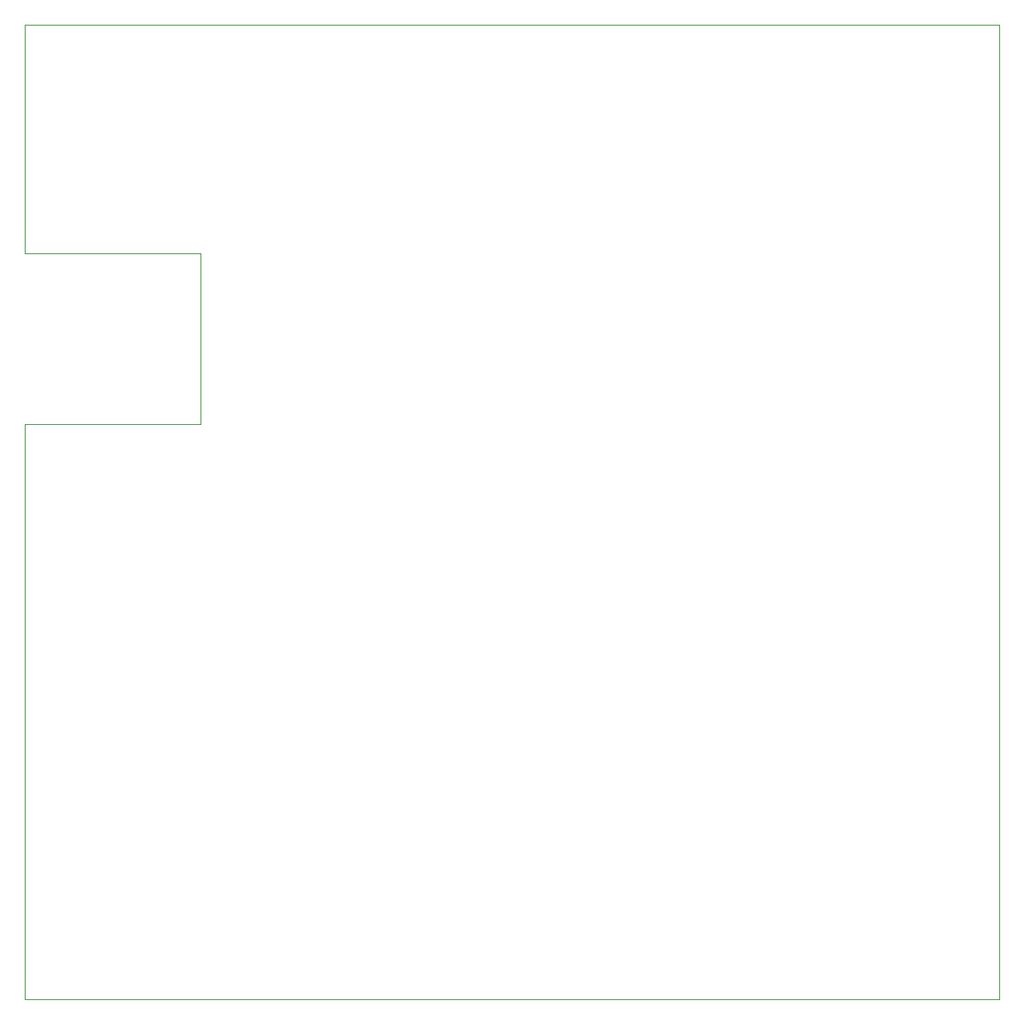
<source format=gm1>
G04 #@! TF.GenerationSoftware,KiCad,Pcbnew,(6.0.4)*
G04 #@! TF.CreationDate,2022-04-25T08:26:24+09:00*
G04 #@! TF.ProjectId,pico_router,7069636f-5f72-46f7-9574-65722e6b6963,rev?*
G04 #@! TF.SameCoordinates,Original*
G04 #@! TF.FileFunction,Profile,NP*
%FSLAX46Y46*%
G04 Gerber Fmt 4.6, Leading zero omitted, Abs format (unit mm)*
G04 Created by KiCad (PCBNEW (6.0.4)) date 2022-04-25 08:26:24*
%MOMM*%
%LPD*%
G01*
G04 APERTURE LIST*
G04 #@! TA.AperFunction,Profile*
%ADD10C,0.100000*%
G04 #@! TD*
G04 APERTURE END LIST*
D10*
X100000000Y-150000000D02*
X200000000Y-150000000D01*
X200000000Y-150000000D02*
X200000000Y-50000000D01*
X100000000Y-50000000D02*
X100000000Y-73500000D01*
X200000000Y-50000000D02*
X100000000Y-50000000D01*
X118000000Y-73500000D02*
X118000000Y-91000000D01*
X118000000Y-91000000D02*
X100000000Y-91000000D01*
X100000000Y-73500000D02*
X118000000Y-73500000D01*
X100000000Y-91000000D02*
X100000000Y-150000000D01*
M02*

</source>
